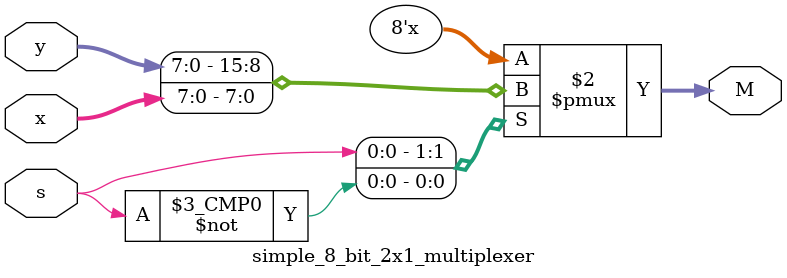
<source format=v>
`timescale 1ns / 1ps


module simple_8_bit_2x1_multiplexer(
    input [7:0] x, y,
    input s,
    output reg [7:0] M
    );
    
    always @(x, y, s)
    begin
        case(s)
        1: M = y;
        0: M = x;
        endcase
    end
    
    
endmodule

</source>
